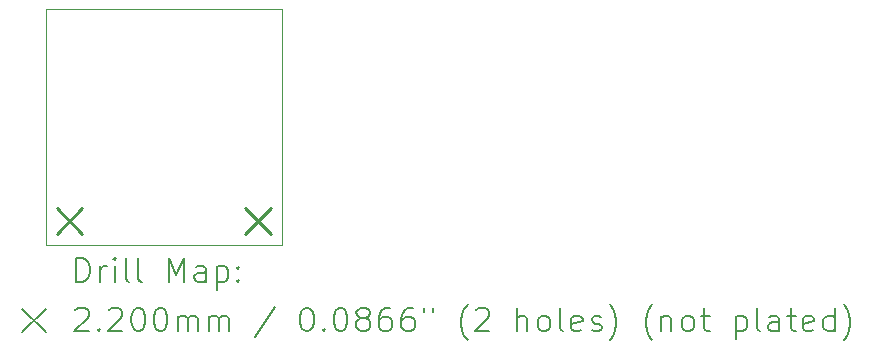
<source format=gbr>
%TF.GenerationSoftware,KiCad,Pcbnew,8.0.4*%
%TF.CreationDate,2024-08-04T13:12:28-04:00*%
%TF.ProjectId,WormshakerPCB,576f726d-7368-4616-9b65-725043422e6b,rev?*%
%TF.SameCoordinates,Original*%
%TF.FileFunction,Drillmap*%
%TF.FilePolarity,Positive*%
%FSLAX45Y45*%
G04 Gerber Fmt 4.5, Leading zero omitted, Abs format (unit mm)*
G04 Created by KiCad (PCBNEW 8.0.4) date 2024-08-04 13:12:28*
%MOMM*%
%LPD*%
G01*
G04 APERTURE LIST*
%ADD10C,0.050000*%
%ADD11C,0.200000*%
%ADD12C,0.220000*%
G04 APERTURE END LIST*
D10*
X14000000Y-8000000D02*
X16000000Y-8000000D01*
X16000000Y-10000000D01*
X14000000Y-10000000D01*
X14000000Y-8000000D01*
D11*
D12*
X14090000Y-9690000D02*
X14310000Y-9910000D01*
X14310000Y-9690000D02*
X14090000Y-9910000D01*
X15690000Y-9690000D02*
X15910000Y-9910000D01*
X15910000Y-9690000D02*
X15690000Y-9910000D01*
D11*
X14258277Y-10313984D02*
X14258277Y-10113984D01*
X14258277Y-10113984D02*
X14305896Y-10113984D01*
X14305896Y-10113984D02*
X14334467Y-10123508D01*
X14334467Y-10123508D02*
X14353515Y-10142555D01*
X14353515Y-10142555D02*
X14363039Y-10161603D01*
X14363039Y-10161603D02*
X14372562Y-10199698D01*
X14372562Y-10199698D02*
X14372562Y-10228270D01*
X14372562Y-10228270D02*
X14363039Y-10266365D01*
X14363039Y-10266365D02*
X14353515Y-10285412D01*
X14353515Y-10285412D02*
X14334467Y-10304460D01*
X14334467Y-10304460D02*
X14305896Y-10313984D01*
X14305896Y-10313984D02*
X14258277Y-10313984D01*
X14458277Y-10313984D02*
X14458277Y-10180650D01*
X14458277Y-10218746D02*
X14467801Y-10199698D01*
X14467801Y-10199698D02*
X14477324Y-10190174D01*
X14477324Y-10190174D02*
X14496372Y-10180650D01*
X14496372Y-10180650D02*
X14515420Y-10180650D01*
X14582086Y-10313984D02*
X14582086Y-10180650D01*
X14582086Y-10113984D02*
X14572562Y-10123508D01*
X14572562Y-10123508D02*
X14582086Y-10133031D01*
X14582086Y-10133031D02*
X14591610Y-10123508D01*
X14591610Y-10123508D02*
X14582086Y-10113984D01*
X14582086Y-10113984D02*
X14582086Y-10133031D01*
X14705896Y-10313984D02*
X14686848Y-10304460D01*
X14686848Y-10304460D02*
X14677324Y-10285412D01*
X14677324Y-10285412D02*
X14677324Y-10113984D01*
X14810658Y-10313984D02*
X14791610Y-10304460D01*
X14791610Y-10304460D02*
X14782086Y-10285412D01*
X14782086Y-10285412D02*
X14782086Y-10113984D01*
X15039229Y-10313984D02*
X15039229Y-10113984D01*
X15039229Y-10113984D02*
X15105896Y-10256841D01*
X15105896Y-10256841D02*
X15172562Y-10113984D01*
X15172562Y-10113984D02*
X15172562Y-10313984D01*
X15353515Y-10313984D02*
X15353515Y-10209222D01*
X15353515Y-10209222D02*
X15343991Y-10190174D01*
X15343991Y-10190174D02*
X15324943Y-10180650D01*
X15324943Y-10180650D02*
X15286848Y-10180650D01*
X15286848Y-10180650D02*
X15267801Y-10190174D01*
X15353515Y-10304460D02*
X15334467Y-10313984D01*
X15334467Y-10313984D02*
X15286848Y-10313984D01*
X15286848Y-10313984D02*
X15267801Y-10304460D01*
X15267801Y-10304460D02*
X15258277Y-10285412D01*
X15258277Y-10285412D02*
X15258277Y-10266365D01*
X15258277Y-10266365D02*
X15267801Y-10247317D01*
X15267801Y-10247317D02*
X15286848Y-10237793D01*
X15286848Y-10237793D02*
X15334467Y-10237793D01*
X15334467Y-10237793D02*
X15353515Y-10228270D01*
X15448753Y-10180650D02*
X15448753Y-10380650D01*
X15448753Y-10190174D02*
X15467801Y-10180650D01*
X15467801Y-10180650D02*
X15505896Y-10180650D01*
X15505896Y-10180650D02*
X15524943Y-10190174D01*
X15524943Y-10190174D02*
X15534467Y-10199698D01*
X15534467Y-10199698D02*
X15543991Y-10218746D01*
X15543991Y-10218746D02*
X15543991Y-10275889D01*
X15543991Y-10275889D02*
X15534467Y-10294936D01*
X15534467Y-10294936D02*
X15524943Y-10304460D01*
X15524943Y-10304460D02*
X15505896Y-10313984D01*
X15505896Y-10313984D02*
X15467801Y-10313984D01*
X15467801Y-10313984D02*
X15448753Y-10304460D01*
X15629705Y-10294936D02*
X15639229Y-10304460D01*
X15639229Y-10304460D02*
X15629705Y-10313984D01*
X15629705Y-10313984D02*
X15620182Y-10304460D01*
X15620182Y-10304460D02*
X15629705Y-10294936D01*
X15629705Y-10294936D02*
X15629705Y-10313984D01*
X15629705Y-10190174D02*
X15639229Y-10199698D01*
X15639229Y-10199698D02*
X15629705Y-10209222D01*
X15629705Y-10209222D02*
X15620182Y-10199698D01*
X15620182Y-10199698D02*
X15629705Y-10190174D01*
X15629705Y-10190174D02*
X15629705Y-10209222D01*
X13797500Y-10542500D02*
X13997500Y-10742500D01*
X13997500Y-10542500D02*
X13797500Y-10742500D01*
X14248753Y-10553031D02*
X14258277Y-10543508D01*
X14258277Y-10543508D02*
X14277324Y-10533984D01*
X14277324Y-10533984D02*
X14324943Y-10533984D01*
X14324943Y-10533984D02*
X14343991Y-10543508D01*
X14343991Y-10543508D02*
X14353515Y-10553031D01*
X14353515Y-10553031D02*
X14363039Y-10572079D01*
X14363039Y-10572079D02*
X14363039Y-10591127D01*
X14363039Y-10591127D02*
X14353515Y-10619698D01*
X14353515Y-10619698D02*
X14239229Y-10733984D01*
X14239229Y-10733984D02*
X14363039Y-10733984D01*
X14448753Y-10714936D02*
X14458277Y-10724460D01*
X14458277Y-10724460D02*
X14448753Y-10733984D01*
X14448753Y-10733984D02*
X14439229Y-10724460D01*
X14439229Y-10724460D02*
X14448753Y-10714936D01*
X14448753Y-10714936D02*
X14448753Y-10733984D01*
X14534467Y-10553031D02*
X14543991Y-10543508D01*
X14543991Y-10543508D02*
X14563039Y-10533984D01*
X14563039Y-10533984D02*
X14610658Y-10533984D01*
X14610658Y-10533984D02*
X14629705Y-10543508D01*
X14629705Y-10543508D02*
X14639229Y-10553031D01*
X14639229Y-10553031D02*
X14648753Y-10572079D01*
X14648753Y-10572079D02*
X14648753Y-10591127D01*
X14648753Y-10591127D02*
X14639229Y-10619698D01*
X14639229Y-10619698D02*
X14524943Y-10733984D01*
X14524943Y-10733984D02*
X14648753Y-10733984D01*
X14772562Y-10533984D02*
X14791610Y-10533984D01*
X14791610Y-10533984D02*
X14810658Y-10543508D01*
X14810658Y-10543508D02*
X14820182Y-10553031D01*
X14820182Y-10553031D02*
X14829705Y-10572079D01*
X14829705Y-10572079D02*
X14839229Y-10610174D01*
X14839229Y-10610174D02*
X14839229Y-10657793D01*
X14839229Y-10657793D02*
X14829705Y-10695889D01*
X14829705Y-10695889D02*
X14820182Y-10714936D01*
X14820182Y-10714936D02*
X14810658Y-10724460D01*
X14810658Y-10724460D02*
X14791610Y-10733984D01*
X14791610Y-10733984D02*
X14772562Y-10733984D01*
X14772562Y-10733984D02*
X14753515Y-10724460D01*
X14753515Y-10724460D02*
X14743991Y-10714936D01*
X14743991Y-10714936D02*
X14734467Y-10695889D01*
X14734467Y-10695889D02*
X14724943Y-10657793D01*
X14724943Y-10657793D02*
X14724943Y-10610174D01*
X14724943Y-10610174D02*
X14734467Y-10572079D01*
X14734467Y-10572079D02*
X14743991Y-10553031D01*
X14743991Y-10553031D02*
X14753515Y-10543508D01*
X14753515Y-10543508D02*
X14772562Y-10533984D01*
X14963039Y-10533984D02*
X14982086Y-10533984D01*
X14982086Y-10533984D02*
X15001134Y-10543508D01*
X15001134Y-10543508D02*
X15010658Y-10553031D01*
X15010658Y-10553031D02*
X15020182Y-10572079D01*
X15020182Y-10572079D02*
X15029705Y-10610174D01*
X15029705Y-10610174D02*
X15029705Y-10657793D01*
X15029705Y-10657793D02*
X15020182Y-10695889D01*
X15020182Y-10695889D02*
X15010658Y-10714936D01*
X15010658Y-10714936D02*
X15001134Y-10724460D01*
X15001134Y-10724460D02*
X14982086Y-10733984D01*
X14982086Y-10733984D02*
X14963039Y-10733984D01*
X14963039Y-10733984D02*
X14943991Y-10724460D01*
X14943991Y-10724460D02*
X14934467Y-10714936D01*
X14934467Y-10714936D02*
X14924943Y-10695889D01*
X14924943Y-10695889D02*
X14915420Y-10657793D01*
X14915420Y-10657793D02*
X14915420Y-10610174D01*
X14915420Y-10610174D02*
X14924943Y-10572079D01*
X14924943Y-10572079D02*
X14934467Y-10553031D01*
X14934467Y-10553031D02*
X14943991Y-10543508D01*
X14943991Y-10543508D02*
X14963039Y-10533984D01*
X15115420Y-10733984D02*
X15115420Y-10600650D01*
X15115420Y-10619698D02*
X15124943Y-10610174D01*
X15124943Y-10610174D02*
X15143991Y-10600650D01*
X15143991Y-10600650D02*
X15172563Y-10600650D01*
X15172563Y-10600650D02*
X15191610Y-10610174D01*
X15191610Y-10610174D02*
X15201134Y-10629222D01*
X15201134Y-10629222D02*
X15201134Y-10733984D01*
X15201134Y-10629222D02*
X15210658Y-10610174D01*
X15210658Y-10610174D02*
X15229705Y-10600650D01*
X15229705Y-10600650D02*
X15258277Y-10600650D01*
X15258277Y-10600650D02*
X15277324Y-10610174D01*
X15277324Y-10610174D02*
X15286848Y-10629222D01*
X15286848Y-10629222D02*
X15286848Y-10733984D01*
X15382086Y-10733984D02*
X15382086Y-10600650D01*
X15382086Y-10619698D02*
X15391610Y-10610174D01*
X15391610Y-10610174D02*
X15410658Y-10600650D01*
X15410658Y-10600650D02*
X15439229Y-10600650D01*
X15439229Y-10600650D02*
X15458277Y-10610174D01*
X15458277Y-10610174D02*
X15467801Y-10629222D01*
X15467801Y-10629222D02*
X15467801Y-10733984D01*
X15467801Y-10629222D02*
X15477324Y-10610174D01*
X15477324Y-10610174D02*
X15496372Y-10600650D01*
X15496372Y-10600650D02*
X15524943Y-10600650D01*
X15524943Y-10600650D02*
X15543991Y-10610174D01*
X15543991Y-10610174D02*
X15553515Y-10629222D01*
X15553515Y-10629222D02*
X15553515Y-10733984D01*
X15943991Y-10524460D02*
X15772563Y-10781603D01*
X16201134Y-10533984D02*
X16220182Y-10533984D01*
X16220182Y-10533984D02*
X16239229Y-10543508D01*
X16239229Y-10543508D02*
X16248753Y-10553031D01*
X16248753Y-10553031D02*
X16258277Y-10572079D01*
X16258277Y-10572079D02*
X16267801Y-10610174D01*
X16267801Y-10610174D02*
X16267801Y-10657793D01*
X16267801Y-10657793D02*
X16258277Y-10695889D01*
X16258277Y-10695889D02*
X16248753Y-10714936D01*
X16248753Y-10714936D02*
X16239229Y-10724460D01*
X16239229Y-10724460D02*
X16220182Y-10733984D01*
X16220182Y-10733984D02*
X16201134Y-10733984D01*
X16201134Y-10733984D02*
X16182086Y-10724460D01*
X16182086Y-10724460D02*
X16172563Y-10714936D01*
X16172563Y-10714936D02*
X16163039Y-10695889D01*
X16163039Y-10695889D02*
X16153515Y-10657793D01*
X16153515Y-10657793D02*
X16153515Y-10610174D01*
X16153515Y-10610174D02*
X16163039Y-10572079D01*
X16163039Y-10572079D02*
X16172563Y-10553031D01*
X16172563Y-10553031D02*
X16182086Y-10543508D01*
X16182086Y-10543508D02*
X16201134Y-10533984D01*
X16353515Y-10714936D02*
X16363039Y-10724460D01*
X16363039Y-10724460D02*
X16353515Y-10733984D01*
X16353515Y-10733984D02*
X16343991Y-10724460D01*
X16343991Y-10724460D02*
X16353515Y-10714936D01*
X16353515Y-10714936D02*
X16353515Y-10733984D01*
X16486848Y-10533984D02*
X16505896Y-10533984D01*
X16505896Y-10533984D02*
X16524944Y-10543508D01*
X16524944Y-10543508D02*
X16534467Y-10553031D01*
X16534467Y-10553031D02*
X16543991Y-10572079D01*
X16543991Y-10572079D02*
X16553515Y-10610174D01*
X16553515Y-10610174D02*
X16553515Y-10657793D01*
X16553515Y-10657793D02*
X16543991Y-10695889D01*
X16543991Y-10695889D02*
X16534467Y-10714936D01*
X16534467Y-10714936D02*
X16524944Y-10724460D01*
X16524944Y-10724460D02*
X16505896Y-10733984D01*
X16505896Y-10733984D02*
X16486848Y-10733984D01*
X16486848Y-10733984D02*
X16467801Y-10724460D01*
X16467801Y-10724460D02*
X16458277Y-10714936D01*
X16458277Y-10714936D02*
X16448753Y-10695889D01*
X16448753Y-10695889D02*
X16439229Y-10657793D01*
X16439229Y-10657793D02*
X16439229Y-10610174D01*
X16439229Y-10610174D02*
X16448753Y-10572079D01*
X16448753Y-10572079D02*
X16458277Y-10553031D01*
X16458277Y-10553031D02*
X16467801Y-10543508D01*
X16467801Y-10543508D02*
X16486848Y-10533984D01*
X16667801Y-10619698D02*
X16648753Y-10610174D01*
X16648753Y-10610174D02*
X16639229Y-10600650D01*
X16639229Y-10600650D02*
X16629706Y-10581603D01*
X16629706Y-10581603D02*
X16629706Y-10572079D01*
X16629706Y-10572079D02*
X16639229Y-10553031D01*
X16639229Y-10553031D02*
X16648753Y-10543508D01*
X16648753Y-10543508D02*
X16667801Y-10533984D01*
X16667801Y-10533984D02*
X16705896Y-10533984D01*
X16705896Y-10533984D02*
X16724944Y-10543508D01*
X16724944Y-10543508D02*
X16734467Y-10553031D01*
X16734467Y-10553031D02*
X16743991Y-10572079D01*
X16743991Y-10572079D02*
X16743991Y-10581603D01*
X16743991Y-10581603D02*
X16734467Y-10600650D01*
X16734467Y-10600650D02*
X16724944Y-10610174D01*
X16724944Y-10610174D02*
X16705896Y-10619698D01*
X16705896Y-10619698D02*
X16667801Y-10619698D01*
X16667801Y-10619698D02*
X16648753Y-10629222D01*
X16648753Y-10629222D02*
X16639229Y-10638746D01*
X16639229Y-10638746D02*
X16629706Y-10657793D01*
X16629706Y-10657793D02*
X16629706Y-10695889D01*
X16629706Y-10695889D02*
X16639229Y-10714936D01*
X16639229Y-10714936D02*
X16648753Y-10724460D01*
X16648753Y-10724460D02*
X16667801Y-10733984D01*
X16667801Y-10733984D02*
X16705896Y-10733984D01*
X16705896Y-10733984D02*
X16724944Y-10724460D01*
X16724944Y-10724460D02*
X16734467Y-10714936D01*
X16734467Y-10714936D02*
X16743991Y-10695889D01*
X16743991Y-10695889D02*
X16743991Y-10657793D01*
X16743991Y-10657793D02*
X16734467Y-10638746D01*
X16734467Y-10638746D02*
X16724944Y-10629222D01*
X16724944Y-10629222D02*
X16705896Y-10619698D01*
X16915420Y-10533984D02*
X16877325Y-10533984D01*
X16877325Y-10533984D02*
X16858277Y-10543508D01*
X16858277Y-10543508D02*
X16848753Y-10553031D01*
X16848753Y-10553031D02*
X16829706Y-10581603D01*
X16829706Y-10581603D02*
X16820182Y-10619698D01*
X16820182Y-10619698D02*
X16820182Y-10695889D01*
X16820182Y-10695889D02*
X16829706Y-10714936D01*
X16829706Y-10714936D02*
X16839229Y-10724460D01*
X16839229Y-10724460D02*
X16858277Y-10733984D01*
X16858277Y-10733984D02*
X16896372Y-10733984D01*
X16896372Y-10733984D02*
X16915420Y-10724460D01*
X16915420Y-10724460D02*
X16924944Y-10714936D01*
X16924944Y-10714936D02*
X16934468Y-10695889D01*
X16934468Y-10695889D02*
X16934468Y-10648270D01*
X16934468Y-10648270D02*
X16924944Y-10629222D01*
X16924944Y-10629222D02*
X16915420Y-10619698D01*
X16915420Y-10619698D02*
X16896372Y-10610174D01*
X16896372Y-10610174D02*
X16858277Y-10610174D01*
X16858277Y-10610174D02*
X16839229Y-10619698D01*
X16839229Y-10619698D02*
X16829706Y-10629222D01*
X16829706Y-10629222D02*
X16820182Y-10648270D01*
X17105896Y-10533984D02*
X17067801Y-10533984D01*
X17067801Y-10533984D02*
X17048753Y-10543508D01*
X17048753Y-10543508D02*
X17039229Y-10553031D01*
X17039229Y-10553031D02*
X17020182Y-10581603D01*
X17020182Y-10581603D02*
X17010658Y-10619698D01*
X17010658Y-10619698D02*
X17010658Y-10695889D01*
X17010658Y-10695889D02*
X17020182Y-10714936D01*
X17020182Y-10714936D02*
X17029706Y-10724460D01*
X17029706Y-10724460D02*
X17048753Y-10733984D01*
X17048753Y-10733984D02*
X17086849Y-10733984D01*
X17086849Y-10733984D02*
X17105896Y-10724460D01*
X17105896Y-10724460D02*
X17115420Y-10714936D01*
X17115420Y-10714936D02*
X17124944Y-10695889D01*
X17124944Y-10695889D02*
X17124944Y-10648270D01*
X17124944Y-10648270D02*
X17115420Y-10629222D01*
X17115420Y-10629222D02*
X17105896Y-10619698D01*
X17105896Y-10619698D02*
X17086849Y-10610174D01*
X17086849Y-10610174D02*
X17048753Y-10610174D01*
X17048753Y-10610174D02*
X17029706Y-10619698D01*
X17029706Y-10619698D02*
X17020182Y-10629222D01*
X17020182Y-10629222D02*
X17010658Y-10648270D01*
X17201134Y-10533984D02*
X17201134Y-10572079D01*
X17277325Y-10533984D02*
X17277325Y-10572079D01*
X17572563Y-10810174D02*
X17563039Y-10800650D01*
X17563039Y-10800650D02*
X17543991Y-10772079D01*
X17543991Y-10772079D02*
X17534468Y-10753031D01*
X17534468Y-10753031D02*
X17524944Y-10724460D01*
X17524944Y-10724460D02*
X17515420Y-10676841D01*
X17515420Y-10676841D02*
X17515420Y-10638746D01*
X17515420Y-10638746D02*
X17524944Y-10591127D01*
X17524944Y-10591127D02*
X17534468Y-10562555D01*
X17534468Y-10562555D02*
X17543991Y-10543508D01*
X17543991Y-10543508D02*
X17563039Y-10514936D01*
X17563039Y-10514936D02*
X17572563Y-10505412D01*
X17639230Y-10553031D02*
X17648753Y-10543508D01*
X17648753Y-10543508D02*
X17667801Y-10533984D01*
X17667801Y-10533984D02*
X17715420Y-10533984D01*
X17715420Y-10533984D02*
X17734468Y-10543508D01*
X17734468Y-10543508D02*
X17743991Y-10553031D01*
X17743991Y-10553031D02*
X17753515Y-10572079D01*
X17753515Y-10572079D02*
X17753515Y-10591127D01*
X17753515Y-10591127D02*
X17743991Y-10619698D01*
X17743991Y-10619698D02*
X17629706Y-10733984D01*
X17629706Y-10733984D02*
X17753515Y-10733984D01*
X17991611Y-10733984D02*
X17991611Y-10533984D01*
X18077325Y-10733984D02*
X18077325Y-10629222D01*
X18077325Y-10629222D02*
X18067801Y-10610174D01*
X18067801Y-10610174D02*
X18048753Y-10600650D01*
X18048753Y-10600650D02*
X18020182Y-10600650D01*
X18020182Y-10600650D02*
X18001134Y-10610174D01*
X18001134Y-10610174D02*
X17991611Y-10619698D01*
X18201134Y-10733984D02*
X18182087Y-10724460D01*
X18182087Y-10724460D02*
X18172563Y-10714936D01*
X18172563Y-10714936D02*
X18163039Y-10695889D01*
X18163039Y-10695889D02*
X18163039Y-10638746D01*
X18163039Y-10638746D02*
X18172563Y-10619698D01*
X18172563Y-10619698D02*
X18182087Y-10610174D01*
X18182087Y-10610174D02*
X18201134Y-10600650D01*
X18201134Y-10600650D02*
X18229706Y-10600650D01*
X18229706Y-10600650D02*
X18248753Y-10610174D01*
X18248753Y-10610174D02*
X18258277Y-10619698D01*
X18258277Y-10619698D02*
X18267801Y-10638746D01*
X18267801Y-10638746D02*
X18267801Y-10695889D01*
X18267801Y-10695889D02*
X18258277Y-10714936D01*
X18258277Y-10714936D02*
X18248753Y-10724460D01*
X18248753Y-10724460D02*
X18229706Y-10733984D01*
X18229706Y-10733984D02*
X18201134Y-10733984D01*
X18382087Y-10733984D02*
X18363039Y-10724460D01*
X18363039Y-10724460D02*
X18353515Y-10705412D01*
X18353515Y-10705412D02*
X18353515Y-10533984D01*
X18534468Y-10724460D02*
X18515420Y-10733984D01*
X18515420Y-10733984D02*
X18477325Y-10733984D01*
X18477325Y-10733984D02*
X18458277Y-10724460D01*
X18458277Y-10724460D02*
X18448753Y-10705412D01*
X18448753Y-10705412D02*
X18448753Y-10629222D01*
X18448753Y-10629222D02*
X18458277Y-10610174D01*
X18458277Y-10610174D02*
X18477325Y-10600650D01*
X18477325Y-10600650D02*
X18515420Y-10600650D01*
X18515420Y-10600650D02*
X18534468Y-10610174D01*
X18534468Y-10610174D02*
X18543992Y-10629222D01*
X18543992Y-10629222D02*
X18543992Y-10648270D01*
X18543992Y-10648270D02*
X18448753Y-10667317D01*
X18620182Y-10724460D02*
X18639230Y-10733984D01*
X18639230Y-10733984D02*
X18677325Y-10733984D01*
X18677325Y-10733984D02*
X18696373Y-10724460D01*
X18696373Y-10724460D02*
X18705896Y-10705412D01*
X18705896Y-10705412D02*
X18705896Y-10695889D01*
X18705896Y-10695889D02*
X18696373Y-10676841D01*
X18696373Y-10676841D02*
X18677325Y-10667317D01*
X18677325Y-10667317D02*
X18648753Y-10667317D01*
X18648753Y-10667317D02*
X18629706Y-10657793D01*
X18629706Y-10657793D02*
X18620182Y-10638746D01*
X18620182Y-10638746D02*
X18620182Y-10629222D01*
X18620182Y-10629222D02*
X18629706Y-10610174D01*
X18629706Y-10610174D02*
X18648753Y-10600650D01*
X18648753Y-10600650D02*
X18677325Y-10600650D01*
X18677325Y-10600650D02*
X18696373Y-10610174D01*
X18772563Y-10810174D02*
X18782087Y-10800650D01*
X18782087Y-10800650D02*
X18801134Y-10772079D01*
X18801134Y-10772079D02*
X18810658Y-10753031D01*
X18810658Y-10753031D02*
X18820182Y-10724460D01*
X18820182Y-10724460D02*
X18829706Y-10676841D01*
X18829706Y-10676841D02*
X18829706Y-10638746D01*
X18829706Y-10638746D02*
X18820182Y-10591127D01*
X18820182Y-10591127D02*
X18810658Y-10562555D01*
X18810658Y-10562555D02*
X18801134Y-10543508D01*
X18801134Y-10543508D02*
X18782087Y-10514936D01*
X18782087Y-10514936D02*
X18772563Y-10505412D01*
X19134468Y-10810174D02*
X19124944Y-10800650D01*
X19124944Y-10800650D02*
X19105896Y-10772079D01*
X19105896Y-10772079D02*
X19096373Y-10753031D01*
X19096373Y-10753031D02*
X19086849Y-10724460D01*
X19086849Y-10724460D02*
X19077325Y-10676841D01*
X19077325Y-10676841D02*
X19077325Y-10638746D01*
X19077325Y-10638746D02*
X19086849Y-10591127D01*
X19086849Y-10591127D02*
X19096373Y-10562555D01*
X19096373Y-10562555D02*
X19105896Y-10543508D01*
X19105896Y-10543508D02*
X19124944Y-10514936D01*
X19124944Y-10514936D02*
X19134468Y-10505412D01*
X19210658Y-10600650D02*
X19210658Y-10733984D01*
X19210658Y-10619698D02*
X19220182Y-10610174D01*
X19220182Y-10610174D02*
X19239230Y-10600650D01*
X19239230Y-10600650D02*
X19267801Y-10600650D01*
X19267801Y-10600650D02*
X19286849Y-10610174D01*
X19286849Y-10610174D02*
X19296373Y-10629222D01*
X19296373Y-10629222D02*
X19296373Y-10733984D01*
X19420182Y-10733984D02*
X19401134Y-10724460D01*
X19401134Y-10724460D02*
X19391611Y-10714936D01*
X19391611Y-10714936D02*
X19382087Y-10695889D01*
X19382087Y-10695889D02*
X19382087Y-10638746D01*
X19382087Y-10638746D02*
X19391611Y-10619698D01*
X19391611Y-10619698D02*
X19401134Y-10610174D01*
X19401134Y-10610174D02*
X19420182Y-10600650D01*
X19420182Y-10600650D02*
X19448754Y-10600650D01*
X19448754Y-10600650D02*
X19467801Y-10610174D01*
X19467801Y-10610174D02*
X19477325Y-10619698D01*
X19477325Y-10619698D02*
X19486849Y-10638746D01*
X19486849Y-10638746D02*
X19486849Y-10695889D01*
X19486849Y-10695889D02*
X19477325Y-10714936D01*
X19477325Y-10714936D02*
X19467801Y-10724460D01*
X19467801Y-10724460D02*
X19448754Y-10733984D01*
X19448754Y-10733984D02*
X19420182Y-10733984D01*
X19543992Y-10600650D02*
X19620182Y-10600650D01*
X19572563Y-10533984D02*
X19572563Y-10705412D01*
X19572563Y-10705412D02*
X19582087Y-10724460D01*
X19582087Y-10724460D02*
X19601134Y-10733984D01*
X19601134Y-10733984D02*
X19620182Y-10733984D01*
X19839230Y-10600650D02*
X19839230Y-10800650D01*
X19839230Y-10610174D02*
X19858277Y-10600650D01*
X19858277Y-10600650D02*
X19896373Y-10600650D01*
X19896373Y-10600650D02*
X19915420Y-10610174D01*
X19915420Y-10610174D02*
X19924944Y-10619698D01*
X19924944Y-10619698D02*
X19934468Y-10638746D01*
X19934468Y-10638746D02*
X19934468Y-10695889D01*
X19934468Y-10695889D02*
X19924944Y-10714936D01*
X19924944Y-10714936D02*
X19915420Y-10724460D01*
X19915420Y-10724460D02*
X19896373Y-10733984D01*
X19896373Y-10733984D02*
X19858277Y-10733984D01*
X19858277Y-10733984D02*
X19839230Y-10724460D01*
X20048754Y-10733984D02*
X20029706Y-10724460D01*
X20029706Y-10724460D02*
X20020182Y-10705412D01*
X20020182Y-10705412D02*
X20020182Y-10533984D01*
X20210658Y-10733984D02*
X20210658Y-10629222D01*
X20210658Y-10629222D02*
X20201135Y-10610174D01*
X20201135Y-10610174D02*
X20182087Y-10600650D01*
X20182087Y-10600650D02*
X20143992Y-10600650D01*
X20143992Y-10600650D02*
X20124944Y-10610174D01*
X20210658Y-10724460D02*
X20191611Y-10733984D01*
X20191611Y-10733984D02*
X20143992Y-10733984D01*
X20143992Y-10733984D02*
X20124944Y-10724460D01*
X20124944Y-10724460D02*
X20115420Y-10705412D01*
X20115420Y-10705412D02*
X20115420Y-10686365D01*
X20115420Y-10686365D02*
X20124944Y-10667317D01*
X20124944Y-10667317D02*
X20143992Y-10657793D01*
X20143992Y-10657793D02*
X20191611Y-10657793D01*
X20191611Y-10657793D02*
X20210658Y-10648270D01*
X20277325Y-10600650D02*
X20353515Y-10600650D01*
X20305896Y-10533984D02*
X20305896Y-10705412D01*
X20305896Y-10705412D02*
X20315420Y-10724460D01*
X20315420Y-10724460D02*
X20334468Y-10733984D01*
X20334468Y-10733984D02*
X20353515Y-10733984D01*
X20496373Y-10724460D02*
X20477325Y-10733984D01*
X20477325Y-10733984D02*
X20439230Y-10733984D01*
X20439230Y-10733984D02*
X20420182Y-10724460D01*
X20420182Y-10724460D02*
X20410658Y-10705412D01*
X20410658Y-10705412D02*
X20410658Y-10629222D01*
X20410658Y-10629222D02*
X20420182Y-10610174D01*
X20420182Y-10610174D02*
X20439230Y-10600650D01*
X20439230Y-10600650D02*
X20477325Y-10600650D01*
X20477325Y-10600650D02*
X20496373Y-10610174D01*
X20496373Y-10610174D02*
X20505896Y-10629222D01*
X20505896Y-10629222D02*
X20505896Y-10648270D01*
X20505896Y-10648270D02*
X20410658Y-10667317D01*
X20677325Y-10733984D02*
X20677325Y-10533984D01*
X20677325Y-10724460D02*
X20658277Y-10733984D01*
X20658277Y-10733984D02*
X20620182Y-10733984D01*
X20620182Y-10733984D02*
X20601135Y-10724460D01*
X20601135Y-10724460D02*
X20591611Y-10714936D01*
X20591611Y-10714936D02*
X20582087Y-10695889D01*
X20582087Y-10695889D02*
X20582087Y-10638746D01*
X20582087Y-10638746D02*
X20591611Y-10619698D01*
X20591611Y-10619698D02*
X20601135Y-10610174D01*
X20601135Y-10610174D02*
X20620182Y-10600650D01*
X20620182Y-10600650D02*
X20658277Y-10600650D01*
X20658277Y-10600650D02*
X20677325Y-10610174D01*
X20753516Y-10810174D02*
X20763039Y-10800650D01*
X20763039Y-10800650D02*
X20782087Y-10772079D01*
X20782087Y-10772079D02*
X20791611Y-10753031D01*
X20791611Y-10753031D02*
X20801135Y-10724460D01*
X20801135Y-10724460D02*
X20810658Y-10676841D01*
X20810658Y-10676841D02*
X20810658Y-10638746D01*
X20810658Y-10638746D02*
X20801135Y-10591127D01*
X20801135Y-10591127D02*
X20791611Y-10562555D01*
X20791611Y-10562555D02*
X20782087Y-10543508D01*
X20782087Y-10543508D02*
X20763039Y-10514936D01*
X20763039Y-10514936D02*
X20753516Y-10505412D01*
M02*

</source>
